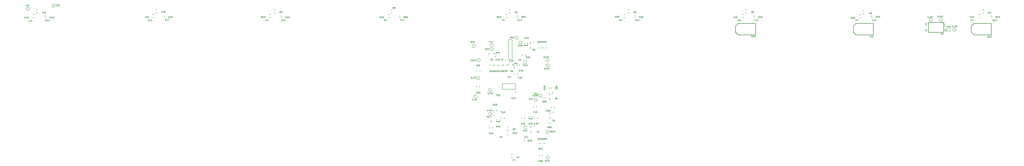
<source format=gbo>
G04 Layer_Color=32896*
%FSLAX25Y25*%
%MOIN*%
G70*
G01*
G75*
%ADD44C,0.01000*%
%ADD46C,0.00500*%
%ADD47C,0.00800*%
%ADD48C,0.00787*%
%ADD78C,0.00984*%
D44*
X1436945Y37249D02*
X1442362Y31832D01*
X1436945Y37249D02*
Y49249D01*
X1442362Y54666D01*
X1477103D01*
Y31832D02*
Y54666D01*
X1442362Y31832D02*
X1477103D01*
X1678582Y54666D02*
X1713323D01*
X1673165Y49249D02*
X1678582Y54666D01*
X1673165Y37249D02*
Y49249D01*
Y37249D02*
X1678582Y31832D01*
X1713323D01*
Y54666D01*
X1949906Y31832D02*
Y54666D01*
X1915165Y31832D02*
X1949906D01*
X1909748Y37249D02*
X1915165Y31832D01*
X1909748Y37249D02*
Y49249D01*
X1915165Y54666D02*
X1949906D01*
X1909748Y49249D02*
X1915165Y54666D01*
X1824100Y36900D02*
X1854000D01*
X1823900Y56900D02*
X1854000D01*
X1854100Y37000D02*
Y56800D01*
X1823900Y36900D02*
Y56900D01*
D46*
X21062Y84000D02*
G03*
X21062Y84000I-3162J0D01*
G01*
X1048662Y-90700D02*
G03*
X1048662Y-90700I-3162J0D01*
G01*
X925162Y-19200D02*
G03*
X925162Y-19200I-3162J0D01*
G01*
X948162Y-79200D02*
G03*
X948162Y-79200I-3162J0D01*
G01*
X1063662Y-214700D02*
G03*
X1063662Y-214700I-3162J0D01*
G01*
Y-163100D02*
G03*
X1063662Y-163100I-3162J0D01*
G01*
X1063262Y-19700D02*
G03*
X1063262Y-19700I-3162J0D01*
G01*
X1063462Y-29700D02*
G03*
X1063462Y-29700I-3162J0D01*
G01*
X918462Y-92000D02*
G03*
X918462Y-92000I-3162J0D01*
G01*
X924462Y-55200D02*
G03*
X924462Y-55200I-3162J0D01*
G01*
X1008862Y15800D02*
G03*
X1008862Y15800I-3162J0D01*
G01*
X948662Y-127200D02*
G03*
X948662Y-127200I-3162J0D01*
G01*
X1879162Y41800D02*
G03*
X1879162Y41800I-3162J0D01*
G01*
X1832162Y61800D02*
G03*
X1832162Y61800I-3162J0D01*
G01*
X1868162Y41800D02*
G03*
X1868162Y41800I-3162J0D01*
G01*
X1852162Y61800D02*
G03*
X1852162Y61800I-3162J0D01*
G01*
X951362Y2800D02*
G03*
X951362Y2800I-3162J0D01*
G01*
X915362Y9500D02*
G03*
X915362Y9500I-3162J0D01*
G01*
X951362Y10700D02*
G03*
X951362Y10700I-3162J0D01*
G01*
X1018162Y-23000D02*
G03*
X1018162Y-23000I-3162J0D01*
G01*
X1000762Y26016D02*
G03*
X1000762Y26016I-3162J0D01*
G01*
X1039162Y-99200D02*
G03*
X1039162Y-99200I-3162J0D01*
G01*
X1019162Y-154700D02*
G03*
X1019162Y-154700I-3162J0D01*
G01*
X72762Y90400D02*
G03*
X72762Y90400I-3162J0D01*
G01*
X1476900Y29999D02*
Y27000D01*
X1475401D01*
X1474901Y27500D01*
Y29499D01*
X1475401Y29999D01*
X1476900D01*
X1473901Y27000D02*
X1472901D01*
X1473401D01*
Y29999D01*
X1473901Y29499D01*
X1471402D02*
X1470902Y29999D01*
X1469902D01*
X1469402Y29499D01*
Y28999D01*
X1469902Y28499D01*
X1469402Y28000D01*
Y27500D01*
X1469902Y27000D01*
X1470902D01*
X1471402Y27500D01*
Y28000D01*
X1470902Y28499D01*
X1471402Y28999D01*
Y29499D01*
X1470902Y28499D02*
X1469902D01*
X1712800Y29399D02*
Y26400D01*
X1711300D01*
X1710801Y26900D01*
Y28899D01*
X1711300Y29399D01*
X1712800D01*
X1709801Y26400D02*
X1708801D01*
X1709301D01*
Y29399D01*
X1709801Y28899D01*
X1707302Y29399D02*
X1705302D01*
Y28899D01*
X1707302Y26900D01*
Y26400D01*
X1854000Y32000D02*
Y34999D01*
X1852501D01*
X1852001Y34499D01*
Y33500D01*
X1852501Y33000D01*
X1854000D01*
X1849002Y32000D02*
X1851001D01*
X1849002Y33999D01*
Y34499D01*
X1849501Y34999D01*
X1850501D01*
X1851001Y34499D01*
X1950300Y29399D02*
Y26400D01*
X1948800D01*
X1948301Y26900D01*
Y28899D01*
X1948800Y29399D01*
X1950300D01*
X1945302Y26400D02*
X1947301D01*
X1945302Y28399D01*
Y28899D01*
X1945802Y29399D01*
X1946801D01*
X1947301Y28899D01*
X1942303Y29399D02*
X1943302Y28899D01*
X1944302Y27900D01*
Y26900D01*
X1943802Y26400D01*
X1942802D01*
X1942303Y26900D01*
Y27400D01*
X1942802Y27900D01*
X1944302D01*
X992301Y-219101D02*
X992801Y-218601D01*
X993800D01*
X994300Y-219101D01*
Y-221100D01*
X993800Y-221600D01*
X992801D01*
X992301Y-221100D01*
X991301Y-221600D02*
X990301D01*
X990801D01*
Y-218601D01*
X991301Y-219101D01*
X967101Y-172801D02*
X967601Y-172301D01*
X968600D01*
X969100Y-172801D01*
Y-174800D01*
X968600Y-175300D01*
X967601D01*
X967101Y-174800D01*
X964102Y-175300D02*
X966101D01*
X964102Y-173301D01*
Y-172801D01*
X964601Y-172301D01*
X965601D01*
X966101Y-172801D01*
X1911501Y61799D02*
X1912000Y62299D01*
X1913000D01*
X1913500Y61799D01*
Y59800D01*
X1913000Y59300D01*
X1912000D01*
X1911501Y59800D01*
X1910501Y61799D02*
X1910001Y62299D01*
X1909002D01*
X1908502Y61799D01*
Y61299D01*
X1909002Y60799D01*
X1909501D01*
X1909002D01*
X1908502Y60300D01*
Y59800D01*
X1909002Y59300D01*
X1910001D01*
X1910501Y59800D01*
X1681001Y62199D02*
X1681500Y62699D01*
X1682500D01*
X1683000Y62199D01*
Y60200D01*
X1682500Y59700D01*
X1681500D01*
X1681001Y60200D01*
X1678502Y59700D02*
Y62699D01*
X1680001Y61199D01*
X1678002D01*
X1445501Y61799D02*
X1446000Y62299D01*
X1447000D01*
X1447500Y61799D01*
Y59800D01*
X1447000Y59300D01*
X1446000D01*
X1445501Y59800D01*
X1442502Y62299D02*
X1444501D01*
Y60799D01*
X1443501Y61299D01*
X1443001D01*
X1442502Y60799D01*
Y59800D01*
X1443001Y59300D01*
X1444001D01*
X1444501Y59800D01*
X1207501Y62299D02*
X1208000Y62799D01*
X1209000D01*
X1209500Y62299D01*
Y60300D01*
X1209000Y59800D01*
X1208000D01*
X1207501Y60300D01*
X1204502Y62799D02*
X1205501Y62299D01*
X1206501Y61300D01*
Y60300D01*
X1206001Y59800D01*
X1205001D01*
X1204502Y60300D01*
Y60800D01*
X1205001Y61300D01*
X1206501D01*
X971501Y62299D02*
X972001Y62799D01*
X973000D01*
X973500Y62299D01*
Y60300D01*
X973000Y59800D01*
X972001D01*
X971501Y60300D01*
X970501Y62799D02*
X968502D01*
Y62299D01*
X970501Y60300D01*
Y59800D01*
X735501Y62299D02*
X736000Y62799D01*
X737000D01*
X737500Y62299D01*
Y60300D01*
X737000Y59800D01*
X736000D01*
X735501Y60300D01*
X734501Y62299D02*
X734001Y62799D01*
X733002D01*
X732502Y62299D01*
Y61799D01*
X733002Y61300D01*
X732502Y60800D01*
Y60300D01*
X733002Y59800D01*
X734001D01*
X734501Y60300D01*
Y60800D01*
X734001Y61300D01*
X734501Y61799D01*
Y62299D01*
X734001Y61300D02*
X733002D01*
X498001Y61799D02*
X498500Y62299D01*
X499500D01*
X500000Y61799D01*
Y59800D01*
X499500Y59300D01*
X498500D01*
X498001Y59800D01*
X497001D02*
X496501Y59300D01*
X495502D01*
X495002Y59800D01*
Y61799D01*
X495502Y62299D01*
X496501D01*
X497001Y61799D01*
Y61299D01*
X496501Y60799D01*
X495002D01*
X264501Y61799D02*
X265001Y62299D01*
X266000D01*
X266500Y61799D01*
Y59800D01*
X266000Y59300D01*
X265001D01*
X264501Y59800D01*
X263501Y59300D02*
X262501D01*
X263001D01*
Y62299D01*
X263501Y61799D01*
X261002D02*
X260502Y62299D01*
X259502D01*
X259002Y61799D01*
Y59800D01*
X259502Y59300D01*
X260502D01*
X261002Y59800D01*
Y61799D01*
X24001Y61099D02*
X24500Y61599D01*
X25500D01*
X26000Y61099D01*
Y59100D01*
X25500Y58600D01*
X24500D01*
X24001Y59100D01*
X23001Y58600D02*
X22001D01*
X22501D01*
Y61599D01*
X23001Y61099D01*
X20502Y58600D02*
X19502D01*
X20002D01*
Y61599D01*
X20502Y61099D01*
X1005967Y-17734D02*
X1006300Y-17401D01*
X1006967D01*
X1007300Y-17734D01*
Y-19067D01*
X1006967Y-19400D01*
X1006300D01*
X1005967Y-19067D01*
X1005301Y-19400D02*
X1004634D01*
X1004967D01*
Y-17401D01*
X1005301Y-17734D01*
X1002302Y-19400D02*
X1003634D01*
X1002302Y-18067D01*
Y-17734D01*
X1002635Y-17401D01*
X1003301D01*
X1003634Y-17734D01*
X1717001Y61799D02*
X1717500Y62299D01*
X1718500D01*
X1719000Y61799D01*
Y59800D01*
X1718500Y59300D01*
X1717500D01*
X1717001Y59800D01*
X1716001Y59300D02*
X1715001D01*
X1715501D01*
Y62299D01*
X1716001Y61799D01*
X1713502D02*
X1713002Y62299D01*
X1712002D01*
X1711502Y61799D01*
Y61299D01*
X1712002Y60799D01*
X1712502D01*
X1712002D01*
X1711502Y60300D01*
Y59800D01*
X1712002Y59300D01*
X1713002D01*
X1713502Y59800D01*
X1480501Y62299D02*
X1481001Y62799D01*
X1482000D01*
X1482500Y62299D01*
Y60300D01*
X1482000Y59800D01*
X1481001D01*
X1480501Y60300D01*
X1479501Y59800D02*
X1478501D01*
X1479001D01*
Y62799D01*
X1479501Y62299D01*
X1475502Y59800D02*
Y62799D01*
X1477002Y61300D01*
X1475002D01*
X1242001Y62299D02*
X1242500Y62799D01*
X1243500D01*
X1244000Y62299D01*
Y60300D01*
X1243500Y59800D01*
X1242500D01*
X1242001Y60300D01*
X1241001Y59800D02*
X1240001D01*
X1240501D01*
Y62799D01*
X1241001Y62299D01*
X1236502Y62799D02*
X1238502D01*
Y61300D01*
X1237502Y61799D01*
X1237002D01*
X1236502Y61300D01*
Y60300D01*
X1237002Y59800D01*
X1238002D01*
X1238502Y60300D01*
X1005501Y62299D02*
X1006001Y62799D01*
X1007000D01*
X1007500Y62299D01*
Y60300D01*
X1007000Y59800D01*
X1006001D01*
X1005501Y60300D01*
X1004501Y59800D02*
X1003501D01*
X1004001D01*
Y62799D01*
X1004501Y62299D01*
X1000002Y62799D02*
X1001002Y62299D01*
X1002002Y61300D01*
Y60300D01*
X1001502Y59800D01*
X1000502D01*
X1000002Y60300D01*
Y60800D01*
X1000502Y61300D01*
X1002002D01*
X770501Y62299D02*
X771000Y62799D01*
X772000D01*
X772500Y62299D01*
Y60300D01*
X772000Y59800D01*
X771000D01*
X770501Y60300D01*
X769501Y59800D02*
X768501D01*
X769001D01*
Y62799D01*
X769501Y62299D01*
X767002Y62799D02*
X765002D01*
Y62299D01*
X767002Y60300D01*
Y59800D01*
X532501Y61799D02*
X533001Y62299D01*
X534000D01*
X534500Y61799D01*
Y59800D01*
X534000Y59300D01*
X533001D01*
X532501Y59800D01*
X531501Y59300D02*
X530501D01*
X531001D01*
Y62299D01*
X531501Y61799D01*
X529002D02*
X528502Y62299D01*
X527502D01*
X527002Y61799D01*
Y61299D01*
X527502Y60799D01*
X527002Y60300D01*
Y59800D01*
X527502Y59300D01*
X528502D01*
X529002Y59800D01*
Y60300D01*
X528502Y60799D01*
X529002Y61299D01*
Y61799D01*
X528502Y60799D02*
X527502D01*
X299001Y62799D02*
X299500Y63299D01*
X300500D01*
X301000Y62799D01*
Y60800D01*
X300500Y60300D01*
X299500D01*
X299001Y60800D01*
X298001Y60300D02*
X297001D01*
X297501D01*
Y63299D01*
X298001Y62799D01*
X295502Y60800D02*
X295002Y60300D01*
X294002D01*
X293502Y60800D01*
Y62799D01*
X294002Y63299D01*
X295002D01*
X295502Y62799D01*
Y62299D01*
X295002Y61800D01*
X293502D01*
X59201Y61999D02*
X59701Y62499D01*
X60700D01*
X61200Y61999D01*
Y60000D01*
X60700Y59500D01*
X59701D01*
X59201Y60000D01*
X56202Y59500D02*
X58201D01*
X56202Y61499D01*
Y61999D01*
X56701Y62499D01*
X57701D01*
X58201Y61999D01*
X55202D02*
X54702Y62499D01*
X53702D01*
X53203Y61999D01*
Y60000D01*
X53702Y59500D01*
X54702D01*
X55202Y60000D01*
Y61999D01*
X1018501Y-173201D02*
X1019001Y-172701D01*
X1020000D01*
X1020500Y-173201D01*
Y-175200D01*
X1020000Y-175700D01*
X1019001D01*
X1018501Y-175200D01*
X1015502Y-175700D02*
X1017501D01*
X1015502Y-173701D01*
Y-173201D01*
X1016001Y-172701D01*
X1017001D01*
X1017501Y-173201D01*
X1014502Y-175700D02*
X1013502D01*
X1014002D01*
Y-172701D01*
X1014502Y-173201D01*
X1958801Y61899D02*
X1959300Y62399D01*
X1960300D01*
X1960800Y61899D01*
Y59900D01*
X1960300Y59400D01*
X1959300D01*
X1958801Y59900D01*
X1955802Y59400D02*
X1957801D01*
X1955802Y61399D01*
Y61899D01*
X1956301Y62399D01*
X1957301D01*
X1957801Y61899D01*
X1952803Y59400D02*
X1954802D01*
X1952803Y61399D01*
Y61899D01*
X1953302Y62399D01*
X1954302D01*
X1954802Y61899D01*
X994001Y-94701D02*
X994501Y-94201D01*
X995500D01*
X996000Y-94701D01*
Y-96700D01*
X995500Y-97200D01*
X994501D01*
X994001Y-96700D01*
X991002Y-97200D02*
X993001D01*
X991002Y-95201D01*
Y-94701D01*
X991501Y-94201D01*
X992501D01*
X993001Y-94701D01*
X988502Y-97200D02*
Y-94201D01*
X990002Y-95701D01*
X988003D01*
X1048701Y-196401D02*
X1049201Y-195901D01*
X1050200D01*
X1050700Y-196401D01*
Y-198400D01*
X1050200Y-198900D01*
X1049201D01*
X1048701Y-198400D01*
X1045702Y-198900D02*
X1047701D01*
X1045702Y-196901D01*
Y-196401D01*
X1046201Y-195901D01*
X1047201D01*
X1047701Y-196401D01*
X1042703Y-195901D02*
X1044702D01*
Y-197400D01*
X1043702Y-196901D01*
X1043202D01*
X1042703Y-197400D01*
Y-198400D01*
X1043202Y-198900D01*
X1044202D01*
X1044702Y-198400D01*
X1039001Y-85701D02*
X1039501Y-85201D01*
X1040500D01*
X1041000Y-85701D01*
Y-87700D01*
X1040500Y-88200D01*
X1039501D01*
X1039001Y-87700D01*
X1036002Y-88200D02*
X1038001D01*
X1036002Y-86201D01*
Y-85701D01*
X1036501Y-85201D01*
X1037501D01*
X1038001Y-85701D01*
X1035002Y-85201D02*
X1033003D01*
Y-85701D01*
X1035002Y-87700D01*
Y-88200D01*
X1030000Y-145701D02*
Y-148700D01*
X1028500D01*
X1028001Y-148200D01*
Y-146201D01*
X1028500Y-145701D01*
X1030000D01*
X1027001Y-148700D02*
X1026001D01*
X1026501D01*
Y-145701D01*
X1027001Y-146201D01*
X1022502Y-148700D02*
X1024502D01*
X1022502Y-146701D01*
Y-146201D01*
X1023002Y-145701D01*
X1024002D01*
X1024502Y-146201D01*
X990800Y-19301D02*
Y-22300D01*
X989301D01*
X988801Y-21800D01*
Y-19801D01*
X989301Y-19301D01*
X990800D01*
X987801Y-22300D02*
X986801D01*
X987301D01*
Y-19301D01*
X987801Y-19801D01*
X985302D02*
X984802Y-19301D01*
X983802D01*
X983302Y-19801D01*
Y-20301D01*
X983802Y-20800D01*
X984302D01*
X983802D01*
X983302Y-21300D01*
Y-21800D01*
X983802Y-22300D01*
X984802D01*
X985302Y-21800D01*
X963700Y-16701D02*
Y-19700D01*
X962201D01*
X961701Y-19200D01*
Y-17201D01*
X962201Y-16701D01*
X963700D01*
X960701Y-19700D02*
X959701D01*
X960201D01*
Y-16701D01*
X960701Y-17201D01*
X956702Y-19700D02*
Y-16701D01*
X958202Y-18201D01*
X956202D01*
X965000Y-151201D02*
Y-154200D01*
X963500D01*
X963001Y-153700D01*
Y-151701D01*
X963500Y-151201D01*
X965000D01*
X962001Y-154200D02*
X961001D01*
X961501D01*
Y-151201D01*
X962001Y-151701D01*
X957502Y-151201D02*
X959502D01*
Y-152700D01*
X958502Y-152201D01*
X958002D01*
X957502Y-152700D01*
Y-153700D01*
X958002Y-154200D01*
X959002D01*
X959502Y-153700D01*
X1021800Y26799D02*
Y23800D01*
X1020300D01*
X1019801Y24300D01*
Y26299D01*
X1020300Y26799D01*
X1021800D01*
X1018801Y23800D02*
X1017801D01*
X1018301D01*
Y26799D01*
X1018801Y26299D01*
X1014302Y26799D02*
X1015302Y26299D01*
X1016302Y25300D01*
Y24300D01*
X1015802Y23800D01*
X1014802D01*
X1014302Y24300D01*
Y24800D01*
X1014802Y25300D01*
X1016302D01*
X965000Y-88201D02*
Y-91200D01*
X963500D01*
X963001Y-90700D01*
Y-88701D01*
X963500Y-88201D01*
X965000D01*
X960002Y-91200D02*
X962001D01*
X960002Y-89201D01*
Y-88701D01*
X960501Y-88201D01*
X961501D01*
X962001Y-88701D01*
X959002Y-88201D02*
X957003D01*
Y-88701D01*
X959002Y-90700D01*
Y-91200D01*
X1041001Y-164200D02*
Y-162201D01*
X1041500Y-161701D01*
X1042500D01*
X1043000Y-162201D01*
Y-164200D01*
X1042500Y-164700D01*
X1041500D01*
X1042000Y-163700D02*
X1041001Y-164700D01*
X1041500D02*
X1041001Y-164200D01*
X1040001Y-164700D02*
X1039001D01*
X1039501D01*
Y-161701D01*
X1040001Y-162201D01*
X989001Y-42200D02*
Y-40201D01*
X989501Y-39701D01*
X990500D01*
X991000Y-40201D01*
Y-42200D01*
X990500Y-42700D01*
X989501D01*
X990000Y-41700D02*
X989001Y-42700D01*
X989501D02*
X989001Y-42200D01*
X986002Y-42700D02*
X988001D01*
X986002Y-40701D01*
Y-40201D01*
X986501Y-39701D01*
X987501D01*
X988001Y-40201D01*
X948501Y-19100D02*
Y-17101D01*
X949000Y-16601D01*
X950000D01*
X950500Y-17101D01*
Y-19100D01*
X950000Y-19600D01*
X949000D01*
X949500Y-18600D02*
X948501Y-19600D01*
X949000D02*
X948501Y-19100D01*
X947501Y-17101D02*
X947001Y-16601D01*
X946001D01*
X945502Y-17101D01*
Y-17601D01*
X946001Y-18101D01*
X946501D01*
X946001D01*
X945502Y-18600D01*
Y-19100D01*
X946001Y-19600D01*
X947001D01*
X947501Y-19100D01*
X941601Y-134100D02*
Y-132101D01*
X942101Y-131601D01*
X943100D01*
X943600Y-132101D01*
Y-134100D01*
X943100Y-134600D01*
X942101D01*
X942600Y-133600D02*
X941601Y-134600D01*
X942101D02*
X941601Y-134100D01*
X939101Y-134600D02*
Y-131601D01*
X940601Y-133100D01*
X938602D01*
X1033501Y600D02*
Y2599D01*
X1034000Y3099D01*
X1035000D01*
X1035500Y2599D01*
Y600D01*
X1035000Y100D01*
X1034000D01*
X1034500Y1100D02*
X1033501Y100D01*
X1034000D02*
X1033501Y600D01*
X1030502Y3099D02*
X1032501D01*
Y1599D01*
X1031501Y2099D01*
X1031001D01*
X1030502Y1599D01*
Y600D01*
X1031001Y100D01*
X1032001D01*
X1032501Y600D01*
X1078201Y-97300D02*
Y-95301D01*
X1078701Y-94801D01*
X1079700D01*
X1080200Y-95301D01*
Y-97300D01*
X1079700Y-97800D01*
X1078701D01*
X1079200Y-96800D02*
X1078201Y-97800D01*
X1078701D02*
X1078201Y-97300D01*
X1075202Y-94801D02*
X1076201Y-95301D01*
X1077201Y-96301D01*
Y-97300D01*
X1076701Y-97800D01*
X1075701D01*
X1075202Y-97300D01*
Y-96800D01*
X1075701Y-96301D01*
X1077201D01*
X1072501Y-141700D02*
Y-139701D01*
X1073001Y-139201D01*
X1074000D01*
X1074500Y-139701D01*
Y-141700D01*
X1074000Y-142200D01*
X1073001D01*
X1073500Y-141200D02*
X1072501Y-142200D01*
X1073001D02*
X1072501Y-141700D01*
X1071501Y-139201D02*
X1069502D01*
Y-139701D01*
X1071501Y-141700D01*
Y-142200D01*
X1002900Y-216200D02*
Y-213201D01*
X1001400D01*
X1000901Y-213701D01*
Y-214701D01*
X1001400Y-215200D01*
X1002900D01*
X1001900D02*
X1000901Y-216200D01*
X999901D02*
X998901D01*
X999401D01*
Y-213201D01*
X999901Y-213701D01*
X995700Y-159700D02*
Y-156701D01*
X994201D01*
X993701Y-157201D01*
Y-158201D01*
X994201Y-158700D01*
X995700D01*
X994700D02*
X993701Y-159700D01*
X990702D02*
X992701D01*
X990702Y-157701D01*
Y-157201D01*
X991201Y-156701D01*
X992201D01*
X992701Y-157201D01*
X1949000Y74300D02*
Y77299D01*
X1947500D01*
X1947001Y76799D01*
Y75800D01*
X1947500Y75300D01*
X1949000D01*
X1948000D02*
X1947001Y74300D01*
X1946001Y76799D02*
X1945501Y77299D01*
X1944501D01*
X1944002Y76799D01*
Y76299D01*
X1944501Y75800D01*
X1945001D01*
X1944501D01*
X1944002Y75300D01*
Y74800D01*
X1944501Y74300D01*
X1945501D01*
X1946001Y74800D01*
X1710000Y73300D02*
Y76299D01*
X1708500D01*
X1708001Y75799D01*
Y74800D01*
X1708500Y74300D01*
X1710000D01*
X1709000D02*
X1708001Y73300D01*
X1705502D02*
Y76299D01*
X1707001Y74800D01*
X1705002D01*
X1474000Y75800D02*
Y78799D01*
X1472501D01*
X1472001Y78299D01*
Y77299D01*
X1472501Y76800D01*
X1474000D01*
X1473000D02*
X1472001Y75800D01*
X1469002Y78799D02*
X1471001D01*
Y77299D01*
X1470001Y77799D01*
X1469501D01*
X1469002Y77299D01*
Y76300D01*
X1469501Y75800D01*
X1470501D01*
X1471001Y76300D01*
X1238000Y75800D02*
Y78799D01*
X1236500D01*
X1236001Y78299D01*
Y77299D01*
X1236500Y76800D01*
X1238000D01*
X1237000D02*
X1236001Y75800D01*
X1233002Y78799D02*
X1234001Y78299D01*
X1235001Y77299D01*
Y76300D01*
X1234501Y75800D01*
X1233501D01*
X1233002Y76300D01*
Y76800D01*
X1233501Y77299D01*
X1235001D01*
X999500Y75300D02*
Y78299D01*
X998001D01*
X997501Y77799D01*
Y76799D01*
X998001Y76300D01*
X999500D01*
X998500D02*
X997501Y75300D01*
X996501Y78299D02*
X994502D01*
Y77799D01*
X996501Y75800D01*
Y75300D01*
X755000Y84300D02*
Y87299D01*
X753501D01*
X753001Y86799D01*
Y85799D01*
X753501Y85300D01*
X755000D01*
X754000D02*
X753001Y84300D01*
X752001Y86799D02*
X751501Y87299D01*
X750501D01*
X750002Y86799D01*
Y86299D01*
X750501Y85799D01*
X750002Y85300D01*
Y84800D01*
X750501Y84300D01*
X751501D01*
X752001Y84800D01*
Y85300D01*
X751501Y85799D01*
X752001Y86299D01*
Y86799D01*
X751501Y85799D02*
X750501D01*
X528000Y75800D02*
Y78799D01*
X526501D01*
X526001Y78299D01*
Y77299D01*
X526501Y76800D01*
X528000D01*
X527000D02*
X526001Y75800D01*
X525001Y76300D02*
X524501Y75800D01*
X523501D01*
X523002Y76300D01*
Y78299D01*
X523501Y78799D01*
X524501D01*
X525001Y78299D01*
Y77799D01*
X524501Y77299D01*
X523002D01*
X293500Y76300D02*
Y79299D01*
X292001D01*
X291501Y78799D01*
Y77799D01*
X292001Y77300D01*
X293500D01*
X292500D02*
X291501Y76300D01*
X290501D02*
X289501D01*
X290001D01*
Y79299D01*
X290501Y78799D01*
X288002D02*
X287502Y79299D01*
X286502D01*
X286002Y78799D01*
Y76800D01*
X286502Y76300D01*
X287502D01*
X288002Y76800D01*
Y78799D01*
X53700Y75000D02*
Y77999D01*
X52201D01*
X51701Y77499D01*
Y76499D01*
X52201Y76000D01*
X53700D01*
X52700D02*
X51701Y75000D01*
X50701D02*
X49701D01*
X50201D01*
Y77999D01*
X50701Y77499D01*
X48202Y75000D02*
X47202D01*
X47702D01*
Y77999D01*
X48202Y77499D01*
X1014500Y-148700D02*
Y-145701D01*
X1013000D01*
X1012501Y-146201D01*
Y-147201D01*
X1013000Y-147700D01*
X1014500D01*
X1013500D02*
X1012501Y-148700D01*
X1011501D02*
X1010501D01*
X1011001D01*
Y-145701D01*
X1011501Y-146201D01*
X1007002Y-148700D02*
X1009002D01*
X1007002Y-146701D01*
Y-146201D01*
X1007502Y-145701D01*
X1008502D01*
X1009002Y-146201D01*
X1041000Y-148700D02*
Y-145701D01*
X1039501D01*
X1039001Y-146201D01*
Y-147201D01*
X1039501Y-147700D01*
X1041000D01*
X1040000D02*
X1039001Y-148700D01*
X1038001D02*
X1037001D01*
X1037501D01*
Y-145701D01*
X1038001Y-146201D01*
X1035502D02*
X1035002Y-145701D01*
X1034002D01*
X1033502Y-146201D01*
Y-146701D01*
X1034002Y-147201D01*
X1034502D01*
X1034002D01*
X1033502Y-147700D01*
Y-148200D01*
X1034002Y-148700D01*
X1035002D01*
X1035502Y-148200D01*
X1039000Y-125200D02*
Y-122201D01*
X1037500D01*
X1037001Y-122701D01*
Y-123700D01*
X1037500Y-124200D01*
X1039000D01*
X1038000D02*
X1037001Y-125200D01*
X1036001D02*
X1035001D01*
X1035501D01*
Y-122201D01*
X1036001Y-122701D01*
X1032002Y-125200D02*
Y-122201D01*
X1033502Y-123700D01*
X1031502D01*
X1010900Y-41800D02*
Y-38801D01*
X1009400D01*
X1008901Y-39301D01*
Y-40301D01*
X1009400Y-40800D01*
X1010900D01*
X1009900D02*
X1008901Y-41800D01*
X1007901D02*
X1006901D01*
X1007401D01*
Y-38801D01*
X1007901Y-39301D01*
X1003402Y-38801D02*
X1005402D01*
Y-40301D01*
X1004402Y-39801D01*
X1003902D01*
X1003402Y-40301D01*
Y-41300D01*
X1003902Y-41800D01*
X1004902D01*
X1005402Y-41300D01*
X970200Y-42800D02*
Y-39801D01*
X968701D01*
X968201Y-40301D01*
Y-41300D01*
X968701Y-41800D01*
X970200D01*
X969200D02*
X968201Y-42800D01*
X967201D02*
X966201D01*
X966701D01*
Y-39801D01*
X967201Y-40301D01*
X962702Y-39801D02*
X963702Y-40301D01*
X964702Y-41300D01*
Y-42300D01*
X964202Y-42800D01*
X963202D01*
X962702Y-42300D01*
Y-41800D01*
X963202Y-41300D01*
X964702D01*
X1008600Y-56200D02*
Y-53201D01*
X1007100D01*
X1006601Y-53701D01*
Y-54700D01*
X1007100Y-55200D01*
X1008600D01*
X1007600D02*
X1006601Y-56200D01*
X1005601D02*
X1004601D01*
X1005101D01*
Y-53201D01*
X1005601Y-53701D01*
X1003102Y-53201D02*
X1001102D01*
Y-53701D01*
X1003102Y-55700D01*
Y-56200D01*
X961200Y-42900D02*
Y-39901D01*
X959700D01*
X959201Y-40401D01*
Y-41401D01*
X959700Y-41900D01*
X961200D01*
X960200D02*
X959201Y-42900D01*
X958201D02*
X957201D01*
X957701D01*
Y-39901D01*
X958201Y-40401D01*
X955702D02*
X955202Y-39901D01*
X954202D01*
X953702Y-40401D01*
Y-40901D01*
X954202Y-41401D01*
X953702Y-41900D01*
Y-42400D01*
X954202Y-42900D01*
X955202D01*
X955702Y-42400D01*
Y-41900D01*
X955202Y-41401D01*
X955702Y-40901D01*
Y-40401D01*
X955202Y-41401D02*
X954202D01*
X979000Y-42700D02*
Y-39701D01*
X977501D01*
X977001Y-40201D01*
Y-41201D01*
X977501Y-41700D01*
X979000D01*
X978000D02*
X977001Y-42700D01*
X976001D02*
X975001D01*
X975501D01*
Y-39701D01*
X976001Y-40201D01*
X973502Y-42200D02*
X973002Y-42700D01*
X972002D01*
X971502Y-42200D01*
Y-40201D01*
X972002Y-39701D01*
X973002D01*
X973502Y-40201D01*
Y-40701D01*
X973002Y-41201D01*
X971502D01*
X952300Y-43000D02*
Y-40001D01*
X950801D01*
X950301Y-40501D01*
Y-41500D01*
X950801Y-42000D01*
X952300D01*
X951300D02*
X950301Y-43000D01*
X947302D02*
X949301D01*
X947302Y-41001D01*
Y-40501D01*
X947801Y-40001D01*
X948801D01*
X949301Y-40501D01*
X946302D02*
X945802Y-40001D01*
X944802D01*
X944303Y-40501D01*
Y-42500D01*
X944802Y-43000D01*
X945802D01*
X946302Y-42500D01*
Y-40501D01*
X924000Y-31200D02*
Y-28201D01*
X922501D01*
X922001Y-28701D01*
Y-29700D01*
X922501Y-30200D01*
X924000D01*
X923000D02*
X922001Y-31200D01*
X919002D02*
X921001D01*
X919002Y-29201D01*
Y-28701D01*
X919501Y-28201D01*
X920501D01*
X921001Y-28701D01*
X918002Y-31200D02*
X917002D01*
X917502D01*
Y-28201D01*
X918002Y-28701D01*
X951300Y-167809D02*
Y-164810D01*
X949800D01*
X949301Y-165310D01*
Y-166309D01*
X949800Y-166809D01*
X951300D01*
X950300D02*
X949301Y-167809D01*
X946302D02*
X948301D01*
X946302Y-165809D01*
Y-165310D01*
X946801Y-164810D01*
X947801D01*
X948301Y-165310D01*
X943303Y-167809D02*
X945302D01*
X943303Y-165809D01*
Y-165310D01*
X943802Y-164810D01*
X944802D01*
X945302Y-165310D01*
X1024900Y-14900D02*
Y-11901D01*
X1023400D01*
X1022901Y-12401D01*
Y-13400D01*
X1023400Y-13900D01*
X1024900D01*
X1023900D02*
X1022901Y-14900D01*
X1019902D02*
X1021901D01*
X1019902Y-12901D01*
Y-12401D01*
X1020401Y-11901D01*
X1021401D01*
X1021901Y-12401D01*
X1018902D02*
X1018402Y-11901D01*
X1017402D01*
X1016903Y-12401D01*
Y-12901D01*
X1017402Y-13400D01*
X1017902D01*
X1017402D01*
X1016903Y-13900D01*
Y-14400D01*
X1017402Y-14900D01*
X1018402D01*
X1018902Y-14400D01*
X925000Y-86300D02*
Y-83301D01*
X923501D01*
X923001Y-83801D01*
Y-84800D01*
X923501Y-85300D01*
X925000D01*
X924000D02*
X923001Y-86300D01*
X920002D02*
X922001D01*
X920002Y-84301D01*
Y-83801D01*
X920501Y-83301D01*
X921501D01*
X922001Y-83801D01*
X917502Y-86300D02*
Y-83301D01*
X919002Y-84800D01*
X917003D01*
X959000Y-110700D02*
Y-107701D01*
X957500D01*
X957001Y-108201D01*
Y-109201D01*
X957500Y-109700D01*
X959000D01*
X958000D02*
X957001Y-110700D01*
X954002D02*
X956001D01*
X954002Y-108701D01*
Y-108201D01*
X954501Y-107701D01*
X955501D01*
X956001Y-108201D01*
X951003Y-107701D02*
X953002D01*
Y-109201D01*
X952002Y-108701D01*
X951502D01*
X951003Y-109201D01*
Y-110200D01*
X951502Y-110700D01*
X952502D01*
X953002Y-110200D01*
X1057700Y16000D02*
Y18999D01*
X1056201D01*
X1055701Y18499D01*
Y17500D01*
X1056201Y17000D01*
X1057700D01*
X1056700D02*
X1055701Y16000D01*
X1052702D02*
X1054701D01*
X1052702Y17999D01*
Y18499D01*
X1053201Y18999D01*
X1054201D01*
X1054701Y18499D01*
X1049703Y18999D02*
X1050702Y18499D01*
X1051702Y17500D01*
Y16500D01*
X1051202Y16000D01*
X1050202D01*
X1049703Y16500D01*
Y17000D01*
X1050202Y17500D01*
X1051702D01*
X974500Y-125491D02*
Y-122492D01*
X973001D01*
X972501Y-122992D01*
Y-123992D01*
X973001Y-124492D01*
X974500D01*
X973500D02*
X972501Y-125491D01*
X969502D02*
X971501D01*
X969502Y-123492D01*
Y-122992D01*
X970002Y-122492D01*
X971001D01*
X971501Y-122992D01*
X968502Y-122492D02*
X966503D01*
Y-122992D01*
X968502Y-124992D01*
Y-125491D01*
X1048100Y15800D02*
Y18799D01*
X1046601D01*
X1046101Y18299D01*
Y17300D01*
X1046601Y16800D01*
X1048100D01*
X1047100D02*
X1046101Y15800D01*
X1043102D02*
X1045101D01*
X1043102Y17799D01*
Y18299D01*
X1043601Y18799D01*
X1044601D01*
X1045101Y18299D01*
X1042102D02*
X1041602Y18799D01*
X1040602D01*
X1040103Y18299D01*
Y17799D01*
X1040602Y17300D01*
X1040103Y16800D01*
Y16300D01*
X1040602Y15800D01*
X1041602D01*
X1042102Y16300D01*
Y16800D01*
X1041602Y17300D01*
X1042102Y17799D01*
Y18299D01*
X1041602Y17300D02*
X1040602D01*
X1676700Y64000D02*
Y66999D01*
X1675200D01*
X1674701Y66499D01*
Y65500D01*
X1675200Y65000D01*
X1676700D01*
X1675700D02*
X1674701Y64000D01*
X1671702D02*
X1673701D01*
X1671702Y65999D01*
Y66499D01*
X1672202Y66999D01*
X1673201D01*
X1673701Y66499D01*
X1670702Y64500D02*
X1670202Y64000D01*
X1669202D01*
X1668703Y64500D01*
Y66499D01*
X1669202Y66999D01*
X1670202D01*
X1670702Y66499D01*
Y65999D01*
X1670202Y65500D01*
X1668703D01*
X1726500Y66300D02*
Y69299D01*
X1725001D01*
X1724501Y68799D01*
Y67800D01*
X1725001Y67300D01*
X1726500D01*
X1725500D02*
X1724501Y66300D01*
X1723501Y68799D02*
X1723001Y69299D01*
X1722001D01*
X1721502Y68799D01*
Y68299D01*
X1722001Y67800D01*
X1722501D01*
X1722001D01*
X1721502Y67300D01*
Y66800D01*
X1722001Y66300D01*
X1723001D01*
X1723501Y66800D01*
X1720502Y68799D02*
X1720002Y69299D01*
X1719002D01*
X1718503Y68799D01*
Y66800D01*
X1719002Y66300D01*
X1720002D01*
X1720502Y66800D01*
Y68799D01*
X1440700Y65800D02*
Y68799D01*
X1439200D01*
X1438701Y68299D01*
Y67299D01*
X1439200Y66800D01*
X1440700D01*
X1439700D02*
X1438701Y65800D01*
X1437701Y68299D02*
X1437201Y68799D01*
X1436201D01*
X1435702Y68299D01*
Y67799D01*
X1436201Y67299D01*
X1436701D01*
X1436201D01*
X1435702Y66800D01*
Y66300D01*
X1436201Y65800D01*
X1437201D01*
X1437701Y66300D01*
X1434702Y65800D02*
X1433702D01*
X1434202D01*
Y68799D01*
X1434702Y68299D01*
X1491000Y65800D02*
Y68799D01*
X1489501D01*
X1489001Y68299D01*
Y67299D01*
X1489501Y66800D01*
X1491000D01*
X1490000D02*
X1489001Y65800D01*
X1488001Y68299D02*
X1487501Y68799D01*
X1486501D01*
X1486002Y68299D01*
Y67799D01*
X1486501Y67299D01*
X1487001D01*
X1486501D01*
X1486002Y66800D01*
Y66300D01*
X1486501Y65800D01*
X1487501D01*
X1488001Y66300D01*
X1483003Y65800D02*
X1485002D01*
X1483003Y67799D01*
Y68299D01*
X1483502Y68799D01*
X1484502D01*
X1485002Y68299D01*
X1203500Y66300D02*
Y69299D01*
X1202001D01*
X1201501Y68799D01*
Y67800D01*
X1202001Y67300D01*
X1203500D01*
X1202500D02*
X1201501Y66300D01*
X1200501Y68799D02*
X1200001Y69299D01*
X1199001D01*
X1198502Y68799D01*
Y68299D01*
X1199001Y67800D01*
X1199501D01*
X1199001D01*
X1198502Y67300D01*
Y66800D01*
X1199001Y66300D01*
X1200001D01*
X1200501Y66800D01*
X1197502Y68799D02*
X1197002Y69299D01*
X1196002D01*
X1195503Y68799D01*
Y68299D01*
X1196002Y67800D01*
X1196502D01*
X1196002D01*
X1195503Y67300D01*
Y66800D01*
X1196002Y66300D01*
X1197002D01*
X1197502Y66800D01*
X1251500Y65800D02*
Y68799D01*
X1250000D01*
X1249501Y68299D01*
Y67299D01*
X1250000Y66800D01*
X1251500D01*
X1250500D02*
X1249501Y65800D01*
X1248501Y68299D02*
X1248001Y68799D01*
X1247001D01*
X1246502Y68299D01*
Y67799D01*
X1247001Y67299D01*
X1247501D01*
X1247001D01*
X1246502Y66800D01*
Y66300D01*
X1247001Y65800D01*
X1248001D01*
X1248501Y66300D01*
X1244002Y65800D02*
Y68799D01*
X1245502Y67299D01*
X1243503D01*
X966500Y65800D02*
Y68799D01*
X965001D01*
X964501Y68299D01*
Y67299D01*
X965001Y66800D01*
X966500D01*
X965500D02*
X964501Y65800D01*
X963501Y68299D02*
X963001Y68799D01*
X962001D01*
X961502Y68299D01*
Y67799D01*
X962001Y67299D01*
X962501D01*
X962001D01*
X961502Y66800D01*
Y66300D01*
X962001Y65800D01*
X963001D01*
X963501Y66300D01*
X958503Y68799D02*
X960502D01*
Y67299D01*
X959502Y67799D01*
X959002D01*
X958503Y67299D01*
Y66300D01*
X959002Y65800D01*
X960002D01*
X960502Y66300D01*
X1016000Y66300D02*
Y69299D01*
X1014501D01*
X1014001Y68799D01*
Y67800D01*
X1014501Y67300D01*
X1016000D01*
X1015000D02*
X1014001Y66300D01*
X1013001Y68799D02*
X1012501Y69299D01*
X1011501D01*
X1011002Y68799D01*
Y68299D01*
X1011501Y67800D01*
X1012001D01*
X1011501D01*
X1011002Y67300D01*
Y66800D01*
X1011501Y66300D01*
X1012501D01*
X1013001Y66800D01*
X1008003Y69299D02*
X1009002Y68799D01*
X1010002Y67800D01*
Y66800D01*
X1009502Y66300D01*
X1008502D01*
X1008003Y66800D01*
Y67300D01*
X1008502Y67800D01*
X1010002D01*
X731300Y65300D02*
Y68299D01*
X729801D01*
X729301Y67799D01*
Y66799D01*
X729801Y66300D01*
X731300D01*
X730300D02*
X729301Y65300D01*
X728301Y67799D02*
X727801Y68299D01*
X726801D01*
X726302Y67799D01*
Y67299D01*
X726801Y66799D01*
X727301D01*
X726801D01*
X726302Y66300D01*
Y65800D01*
X726801Y65300D01*
X727801D01*
X728301Y65800D01*
X725302Y68299D02*
X723303D01*
Y67799D01*
X725302Y65800D01*
Y65300D01*
X780000Y65800D02*
Y68799D01*
X778501D01*
X778001Y68299D01*
Y67299D01*
X778501Y66800D01*
X780000D01*
X779000D02*
X778001Y65800D01*
X777001Y68299D02*
X776501Y68799D01*
X775501D01*
X775002Y68299D01*
Y67799D01*
X775501Y67299D01*
X776001D01*
X775501D01*
X775002Y66800D01*
Y66300D01*
X775501Y65800D01*
X776501D01*
X777001Y66300D01*
X774002Y68299D02*
X773502Y68799D01*
X772502D01*
X772003Y68299D01*
Y67799D01*
X772502Y67299D01*
X772003Y66800D01*
Y66300D01*
X772502Y65800D01*
X773502D01*
X774002Y66300D01*
Y66800D01*
X773502Y67299D01*
X774002Y67799D01*
Y68299D01*
X773502Y67299D02*
X772502D01*
X494000Y65800D02*
Y68799D01*
X492500D01*
X492001Y68299D01*
Y67299D01*
X492500Y66800D01*
X494000D01*
X493000D02*
X492001Y65800D01*
X491001Y68299D02*
X490501Y68799D01*
X489501D01*
X489002Y68299D01*
Y67799D01*
X489501Y67299D01*
X490001D01*
X489501D01*
X489002Y66800D01*
Y66300D01*
X489501Y65800D01*
X490501D01*
X491001Y66300D01*
X488002D02*
X487502Y65800D01*
X486502D01*
X486003Y66300D01*
Y68299D01*
X486502Y68799D01*
X487502D01*
X488002Y68299D01*
Y67799D01*
X487502Y67299D01*
X486003D01*
X542500Y65300D02*
Y68299D01*
X541001D01*
X540501Y67799D01*
Y66799D01*
X541001Y66300D01*
X542500D01*
X541500D02*
X540501Y65300D01*
X538001D02*
Y68299D01*
X539501Y66799D01*
X537502D01*
X536502Y67799D02*
X536002Y68299D01*
X535002D01*
X534503Y67799D01*
Y65800D01*
X535002Y65300D01*
X536002D01*
X536502Y65800D01*
Y67799D01*
X260000Y65800D02*
Y68799D01*
X258501D01*
X258001Y68299D01*
Y67299D01*
X258501Y66800D01*
X260000D01*
X259000D02*
X258001Y65800D01*
X255502D02*
Y68799D01*
X257001Y67299D01*
X255002D01*
X254002Y65800D02*
X253002D01*
X253502D01*
Y68799D01*
X254002Y68299D01*
X308000Y65800D02*
Y68799D01*
X306501D01*
X306001Y68299D01*
Y67299D01*
X306501Y66800D01*
X308000D01*
X307000D02*
X306001Y65800D01*
X303502D02*
Y68799D01*
X305001Y67299D01*
X303002D01*
X300003Y65800D02*
X302002D01*
X300003Y67799D01*
Y68299D01*
X300502Y68799D01*
X301502D01*
X302002Y68299D01*
X19400Y65100D02*
Y68099D01*
X17900D01*
X17401Y67599D01*
Y66600D01*
X17900Y66100D01*
X19400D01*
X18400D02*
X17401Y65100D01*
X14901D02*
Y68099D01*
X16401Y66600D01*
X14402D01*
X13402Y67599D02*
X12902Y68099D01*
X11902D01*
X11403Y67599D01*
Y67099D01*
X11902Y66600D01*
X12402D01*
X11902D01*
X11403Y66100D01*
Y65600D01*
X11902Y65100D01*
X12902D01*
X13402Y65600D01*
X69800Y65000D02*
Y67999D01*
X68300D01*
X67801Y67499D01*
Y66500D01*
X68300Y66000D01*
X69800D01*
X68800D02*
X67801Y65000D01*
X65301D02*
Y67999D01*
X66801Y66500D01*
X64802D01*
X62302Y65000D02*
Y67999D01*
X63802Y66500D01*
X61803D01*
X998500Y-167800D02*
Y-164801D01*
X997001D01*
X996501Y-165301D01*
Y-166300D01*
X997001Y-166800D01*
X998500D01*
X997500D02*
X996501Y-167800D01*
X994001D02*
Y-164801D01*
X995501Y-166300D01*
X993502D01*
X990503Y-164801D02*
X992502D01*
Y-166300D01*
X991502Y-165801D01*
X991002D01*
X990503Y-166300D01*
Y-167300D01*
X991002Y-167800D01*
X992002D01*
X992502Y-167300D01*
X1028500Y-182700D02*
Y-179701D01*
X1027001D01*
X1026501Y-180201D01*
Y-181201D01*
X1027001Y-181700D01*
X1028500D01*
X1027500D02*
X1026501Y-182700D01*
X1024001D02*
Y-179701D01*
X1025501Y-181201D01*
X1023502D01*
X1020503Y-179701D02*
X1021502Y-180201D01*
X1022502Y-181201D01*
Y-182200D01*
X1022002Y-182700D01*
X1021002D01*
X1020503Y-182200D01*
Y-181700D01*
X1021002Y-181201D01*
X1022502D01*
X1915000Y65800D02*
Y68799D01*
X1913501D01*
X1913001Y68299D01*
Y67299D01*
X1913501Y66800D01*
X1915000D01*
X1914000D02*
X1913001Y65800D01*
X1910501D02*
Y68799D01*
X1912001Y67299D01*
X1910002D01*
X1909002Y68799D02*
X1907003D01*
Y68299D01*
X1909002Y66300D01*
Y65800D01*
X1966500Y66200D02*
Y69199D01*
X1965001D01*
X1964501Y68699D01*
Y67699D01*
X1965001Y67200D01*
X1966500D01*
X1965500D02*
X1964501Y66200D01*
X1962001D02*
Y69199D01*
X1963501Y67699D01*
X1961502D01*
X1960502Y68699D02*
X1960002Y69199D01*
X1959002D01*
X1958503Y68699D01*
Y68199D01*
X1959002Y67699D01*
X1958503Y67200D01*
Y66700D01*
X1959002Y66200D01*
X1960002D01*
X1960502Y66700D01*
Y67200D01*
X1960002Y67699D01*
X1960502Y68199D01*
Y68699D01*
X1960002Y67699D02*
X1959002D01*
X1052400Y-78800D02*
X1055399D01*
Y-77301D01*
X1054899Y-76801D01*
X1053899D01*
X1053400Y-77301D01*
Y-78800D01*
Y-77800D02*
X1052400Y-76801D01*
Y-74301D02*
X1055399D01*
X1053899Y-75801D01*
Y-73802D01*
X1052900Y-72802D02*
X1052400Y-72302D01*
Y-71302D01*
X1052900Y-70803D01*
X1054899D01*
X1055399Y-71302D01*
Y-72302D01*
X1054899Y-72802D01*
X1054399D01*
X1053899Y-72302D01*
Y-70803D01*
X1058000Y-104200D02*
Y-101201D01*
X1056501D01*
X1056001Y-101701D01*
Y-102700D01*
X1056501Y-103200D01*
X1058000D01*
X1057000D02*
X1056001Y-104200D01*
X1053002Y-101201D02*
X1055001D01*
Y-102700D01*
X1054001Y-102201D01*
X1053501D01*
X1053002Y-102700D01*
Y-103700D01*
X1053501Y-104200D01*
X1054501D01*
X1055001Y-103700D01*
X1052002Y-101701D02*
X1051502Y-101201D01*
X1050502D01*
X1050003Y-101701D01*
Y-103700D01*
X1050502Y-104200D01*
X1051502D01*
X1052002Y-103700D01*
Y-101701D01*
X1076500Y-77700D02*
X1079499D01*
Y-76200D01*
X1078999Y-75701D01*
X1077999D01*
X1077500Y-76200D01*
Y-77700D01*
Y-76700D02*
X1076500Y-75701D01*
X1079499Y-72702D02*
Y-74701D01*
X1077999D01*
X1078499Y-73701D01*
Y-73201D01*
X1077999Y-72702D01*
X1077000D01*
X1076500Y-73201D01*
Y-74201D01*
X1077000Y-74701D01*
X1076500Y-71702D02*
Y-70702D01*
Y-71202D01*
X1079499D01*
X1078999Y-71702D01*
X1048700Y-179400D02*
Y-176401D01*
X1047200D01*
X1046701Y-176901D01*
Y-177901D01*
X1047200Y-178400D01*
X1048700D01*
X1047700D02*
X1046701Y-179400D01*
X1043702Y-176401D02*
X1045701D01*
Y-177901D01*
X1044701Y-177401D01*
X1044201D01*
X1043702Y-177901D01*
Y-178900D01*
X1044201Y-179400D01*
X1045201D01*
X1045701Y-178900D01*
X1040703Y-179400D02*
X1042702D01*
X1040703Y-177401D01*
Y-176901D01*
X1041202Y-176401D01*
X1042202D01*
X1042702Y-176901D01*
X1065100Y-122400D02*
Y-119401D01*
X1063601D01*
X1063101Y-119901D01*
Y-120900D01*
X1063601Y-121400D01*
X1065100D01*
X1064100D02*
X1063101Y-122400D01*
X1060102Y-119401D02*
X1062101D01*
Y-120900D01*
X1061101Y-120401D01*
X1060601D01*
X1060102Y-120900D01*
Y-121900D01*
X1060601Y-122400D01*
X1061601D01*
X1062101Y-121900D01*
X1059102Y-119901D02*
X1058602Y-119401D01*
X1057602D01*
X1057103Y-119901D01*
Y-120401D01*
X1057602Y-120900D01*
X1058102D01*
X1057602D01*
X1057103Y-121400D01*
Y-121900D01*
X1057602Y-122400D01*
X1058602D01*
X1059102Y-121900D01*
X1050200Y-224000D02*
Y-221001D01*
X1048701D01*
X1048201Y-221501D01*
Y-222500D01*
X1048701Y-223000D01*
X1050200D01*
X1049200D02*
X1048201Y-224000D01*
X1045202Y-221001D02*
X1047201D01*
Y-222500D01*
X1046201Y-222001D01*
X1045701D01*
X1045202Y-222500D01*
Y-223500D01*
X1045701Y-224000D01*
X1046701D01*
X1047201Y-223500D01*
X1042702Y-224000D02*
Y-221001D01*
X1044202Y-222500D01*
X1042203D01*
X1068000Y-155900D02*
Y-152901D01*
X1066500D01*
X1066001Y-153401D01*
Y-154401D01*
X1066500Y-154900D01*
X1068000D01*
X1067000D02*
X1066001Y-155900D01*
X1063002Y-152901D02*
X1065001D01*
Y-154401D01*
X1064001Y-153901D01*
X1063501D01*
X1063002Y-154401D01*
Y-155400D01*
X1063501Y-155900D01*
X1064501D01*
X1065001Y-155400D01*
X1060003Y-152901D02*
X1062002D01*
Y-154401D01*
X1061002Y-153901D01*
X1060502D01*
X1060003Y-154401D01*
Y-155400D01*
X1060502Y-155900D01*
X1061502D01*
X1062002Y-155400D01*
X1058000Y-179200D02*
Y-176201D01*
X1056501D01*
X1056001Y-176701D01*
Y-177700D01*
X1056501Y-178200D01*
X1058000D01*
X1057000D02*
X1056001Y-179200D01*
X1053002Y-176201D02*
X1055001D01*
Y-177700D01*
X1054001Y-177201D01*
X1053501D01*
X1053002Y-177700D01*
Y-178700D01*
X1053501Y-179200D01*
X1054501D01*
X1055001Y-178700D01*
X1050003Y-176201D02*
X1051002Y-176701D01*
X1052002Y-177700D01*
Y-178700D01*
X1051502Y-179200D01*
X1050502D01*
X1050003Y-178700D01*
Y-178200D01*
X1050502Y-177700D01*
X1052002D01*
X21000Y91799D02*
X19001D01*
X20000D01*
Y88800D01*
X18001D02*
Y91799D01*
X16501D01*
X16002Y91299D01*
Y90299D01*
X16501Y89800D01*
X18001D01*
X15002Y88800D02*
X14002D01*
X14502D01*
Y91799D01*
X15002Y91299D01*
X82600Y92399D02*
X80601D01*
X81600D01*
Y89400D01*
X79601D02*
Y92399D01*
X78101D01*
X77602Y91899D01*
Y90899D01*
X78101Y90400D01*
X79601D01*
X74603Y89400D02*
X76602D01*
X74603Y91399D01*
Y91899D01*
X75102Y92399D01*
X76102D01*
X76602Y91899D01*
X1019500Y-159801D02*
X1017501D01*
X1018500D01*
Y-162800D01*
X1016501D02*
Y-159801D01*
X1015001D01*
X1014502Y-160301D01*
Y-161301D01*
X1015001Y-161800D01*
X1016501D01*
X1013502Y-160301D02*
X1013002Y-159801D01*
X1012002D01*
X1011503Y-160301D01*
Y-160801D01*
X1012002Y-161301D01*
X1012502D01*
X1012002D01*
X1011503Y-161800D01*
Y-162300D01*
X1012002Y-162800D01*
X1013002D01*
X1013502Y-162300D01*
X1031000Y-96201D02*
X1029001D01*
X1030000D01*
Y-99200D01*
X1028001D02*
Y-96201D01*
X1026501D01*
X1026002Y-96701D01*
Y-97701D01*
X1026501Y-98200D01*
X1028001D01*
X1023502Y-99200D02*
Y-96201D01*
X1025002Y-97701D01*
X1023003D01*
X993000Y27615D02*
X991001D01*
X992000D01*
Y24616D01*
X990001D02*
Y27615D01*
X988501D01*
X988002Y27115D01*
Y26115D01*
X988501Y25615D01*
X990001D01*
X985003Y27615D02*
X987002D01*
Y26115D01*
X986002Y26615D01*
X985502D01*
X985003Y26115D01*
Y25116D01*
X985502Y24616D01*
X986502D01*
X987002Y25116D01*
X1020500Y-28101D02*
X1018501D01*
X1019500D01*
Y-31100D01*
X1017501D02*
Y-28101D01*
X1016001D01*
X1015502Y-28601D01*
Y-29601D01*
X1016001Y-30100D01*
X1017501D01*
X1012503Y-28101D02*
X1013502Y-28601D01*
X1014502Y-29601D01*
Y-30600D01*
X1014002Y-31100D01*
X1013002D01*
X1012503Y-30600D01*
Y-30100D01*
X1013002Y-29601D01*
X1014502D01*
X951300Y18699D02*
X949301D01*
X950300D01*
Y15700D01*
X948301D02*
Y18699D01*
X946801D01*
X946302Y18199D01*
Y17199D01*
X946801Y16700D01*
X948301D01*
X945302Y18699D02*
X943303D01*
Y18199D01*
X945302Y16200D01*
Y15700D01*
X914600Y18899D02*
X912601D01*
X913600D01*
Y15900D01*
X911601D02*
Y18899D01*
X910101D01*
X909602Y18399D01*
Y17400D01*
X910101Y16900D01*
X911601D01*
X908602Y18399D02*
X908102Y18899D01*
X907102D01*
X906603Y18399D01*
Y17899D01*
X907102Y17400D01*
X906603Y16900D01*
Y16400D01*
X907102Y15900D01*
X908102D01*
X908602Y16400D01*
Y16900D01*
X908102Y17400D01*
X908602Y17899D01*
Y18399D01*
X908102Y17400D02*
X907102D01*
X943700Y4299D02*
X941701D01*
X942700D01*
Y1300D01*
X940701D02*
Y4299D01*
X939201D01*
X938702Y3799D01*
Y2799D01*
X939201Y2300D01*
X940701D01*
X937702Y1800D02*
X937202Y1300D01*
X936202D01*
X935703Y1800D01*
Y3799D01*
X936202Y4299D01*
X937202D01*
X937702Y3799D01*
Y3299D01*
X937202Y2799D01*
X935703D01*
X1853200Y69799D02*
X1851201D01*
X1852200D01*
Y66800D01*
X1850201D02*
Y69799D01*
X1848701D01*
X1848202Y69299D01*
Y68300D01*
X1848701Y67800D01*
X1850201D01*
X1847202Y66800D02*
X1846202D01*
X1846702D01*
Y69799D01*
X1847202Y69299D01*
X1844703D02*
X1844203Y69799D01*
X1843203D01*
X1842703Y69299D01*
Y67300D01*
X1843203Y66800D01*
X1844203D01*
X1844703Y67300D01*
Y69299D01*
X1869500Y49499D02*
X1867501D01*
X1868500D01*
Y46500D01*
X1866501D02*
Y49499D01*
X1865001D01*
X1864502Y48999D01*
Y48000D01*
X1865001Y47500D01*
X1866501D01*
X1863502Y46500D02*
X1862502D01*
X1863002D01*
Y49499D01*
X1863502Y48999D01*
X1861003Y46500D02*
X1860003D01*
X1860503D01*
Y49499D01*
X1861003Y48999D01*
X1833000Y68899D02*
X1831001D01*
X1832000D01*
Y65900D01*
X1830001D02*
Y68899D01*
X1828502D01*
X1828002Y68399D01*
Y67400D01*
X1828502Y66900D01*
X1830001D01*
X1827002Y65900D02*
X1826002D01*
X1826502D01*
Y68899D01*
X1827002Y68399D01*
X1822503Y65900D02*
X1824503D01*
X1822503Y67899D01*
Y68399D01*
X1823003Y68899D01*
X1824003D01*
X1824503Y68399D01*
X1882400Y49699D02*
X1880401D01*
X1881400D01*
Y46700D01*
X1879401D02*
Y49699D01*
X1877901D01*
X1877402Y49199D01*
Y48199D01*
X1877901Y47700D01*
X1879401D01*
X1876402Y46700D02*
X1875402D01*
X1875902D01*
Y49699D01*
X1876402Y49199D01*
X1873903D02*
X1873403Y49699D01*
X1872403D01*
X1871903Y49199D01*
Y48699D01*
X1872403Y48199D01*
X1872903D01*
X1872403D01*
X1871903Y47700D01*
Y47200D01*
X1872403Y46700D01*
X1873403D01*
X1873903Y47200D01*
X949500Y-119201D02*
X947501D01*
X948500D01*
Y-122200D01*
X946501D02*
Y-119201D01*
X945001D01*
X944502Y-119701D01*
Y-120701D01*
X945001Y-121200D01*
X946501D01*
X943502Y-122200D02*
X942502D01*
X943002D01*
Y-119201D01*
X943502Y-119701D01*
X939503Y-122200D02*
Y-119201D01*
X941003Y-120701D01*
X939003D01*
X1011900Y11399D02*
X1009901D01*
X1010900D01*
Y8400D01*
X1008901D02*
Y11399D01*
X1007401D01*
X1006902Y10899D01*
Y9900D01*
X1007401Y9400D01*
X1008901D01*
X1005902Y8400D02*
X1004902D01*
X1005402D01*
Y11399D01*
X1005902Y10899D01*
X1001403Y11399D02*
X1003403D01*
Y9900D01*
X1002403Y10399D01*
X1001903D01*
X1001403Y9900D01*
Y8900D01*
X1001903Y8400D01*
X1002903D01*
X1003403Y8900D01*
X917000Y-53201D02*
X915001D01*
X916000D01*
Y-56200D01*
X914001D02*
Y-53201D01*
X912501D01*
X912002Y-53701D01*
Y-54700D01*
X912501Y-55200D01*
X914001D01*
X911002Y-56200D02*
X910002D01*
X910502D01*
Y-53201D01*
X911002Y-53701D01*
X906503Y-53201D02*
X907503Y-53701D01*
X908503Y-54700D01*
Y-55700D01*
X908003Y-56200D01*
X907003D01*
X906503Y-55700D01*
Y-55200D01*
X907003Y-54700D01*
X908503D01*
X919400Y-97101D02*
X917401D01*
X918400D01*
Y-100100D01*
X916401D02*
Y-97101D01*
X914901D01*
X914402Y-97601D01*
Y-98601D01*
X914901Y-99100D01*
X916401D01*
X913402Y-100100D02*
X912402D01*
X912902D01*
Y-97101D01*
X913402Y-97601D01*
X910903Y-97101D02*
X908903D01*
Y-97601D01*
X910903Y-99600D01*
Y-100100D01*
X1064300Y-34801D02*
X1062301D01*
X1063300D01*
Y-37800D01*
X1061301D02*
Y-34801D01*
X1059801D01*
X1059302Y-35301D01*
Y-36301D01*
X1059801Y-36800D01*
X1061301D01*
X1058302Y-37800D02*
X1057302D01*
X1057802D01*
Y-34801D01*
X1058302Y-35301D01*
X1055803D02*
X1055303Y-34801D01*
X1054303D01*
X1053803Y-35301D01*
Y-35801D01*
X1054303Y-36301D01*
X1053803Y-36800D01*
Y-37300D01*
X1054303Y-37800D01*
X1055303D01*
X1055803Y-37300D01*
Y-36800D01*
X1055303Y-36301D01*
X1055803Y-35801D01*
Y-35301D01*
X1055303Y-36301D02*
X1054303D01*
X1063100Y-12001D02*
X1061101D01*
X1062100D01*
Y-15000D01*
X1060101D02*
Y-12001D01*
X1058601D01*
X1058102Y-12501D01*
Y-13500D01*
X1058601Y-14000D01*
X1060101D01*
X1057102Y-15000D02*
X1056102D01*
X1056602D01*
Y-12001D01*
X1057102Y-12501D01*
X1054603Y-14500D02*
X1054103Y-15000D01*
X1053103D01*
X1052603Y-14500D01*
Y-12501D01*
X1053103Y-12001D01*
X1054103D01*
X1054603Y-12501D01*
Y-13001D01*
X1054103Y-13500D01*
X1052603D01*
X1076200Y-161701D02*
X1074201D01*
X1075200D01*
Y-164700D01*
X1073201D02*
Y-161701D01*
X1071701D01*
X1071202Y-162201D01*
Y-163200D01*
X1071701Y-163700D01*
X1073201D01*
X1068203Y-164700D02*
X1070202D01*
X1068203Y-162701D01*
Y-162201D01*
X1068702Y-161701D01*
X1069702D01*
X1070202Y-162201D01*
X1067203D02*
X1066703Y-161701D01*
X1065703D01*
X1065204Y-162201D01*
Y-164200D01*
X1065703Y-164700D01*
X1066703D01*
X1067203Y-164200D01*
Y-162201D01*
X1065000Y-220201D02*
X1063001D01*
X1064000D01*
Y-223200D01*
X1062001D02*
Y-220201D01*
X1060501D01*
X1060002Y-220701D01*
Y-221701D01*
X1060501Y-222200D01*
X1062001D01*
X1057003Y-223200D02*
X1059002D01*
X1057003Y-221201D01*
Y-220701D01*
X1057502Y-220201D01*
X1058502D01*
X1059002Y-220701D01*
X1056003Y-223200D02*
X1055003D01*
X1055503D01*
Y-220201D01*
X1056003Y-220701D01*
X951100Y-84401D02*
X949101D01*
X950100D01*
Y-87400D01*
X948101D02*
Y-84401D01*
X946601D01*
X946102Y-84901D01*
Y-85900D01*
X946601Y-86400D01*
X948101D01*
X943103Y-87400D02*
X945102D01*
X943103Y-85401D01*
Y-84901D01*
X943602Y-84401D01*
X944602D01*
X945102Y-84901D01*
X940104Y-87400D02*
X942103D01*
X940104Y-85401D01*
Y-84901D01*
X940603Y-84401D01*
X941603D01*
X942103Y-84901D01*
X917000Y-18201D02*
X915001D01*
X916000D01*
Y-21200D01*
X914001D02*
Y-18201D01*
X912501D01*
X912002Y-18701D01*
Y-19701D01*
X912501Y-20200D01*
X914001D01*
X909003Y-21200D02*
X911002D01*
X909003Y-19201D01*
Y-18701D01*
X909502Y-18201D01*
X910502D01*
X911002Y-18701D01*
X908003D02*
X907503Y-18201D01*
X906503D01*
X906004Y-18701D01*
Y-19201D01*
X906503Y-19701D01*
X907003D01*
X906503D01*
X906004Y-20200D01*
Y-20700D01*
X906503Y-21200D01*
X907503D01*
X908003Y-20700D01*
X1041400Y-89201D02*
X1039401D01*
X1040400D01*
Y-92200D01*
X1038401D02*
Y-89201D01*
X1036901D01*
X1036402Y-89701D01*
Y-90701D01*
X1036901Y-91200D01*
X1038401D01*
X1033403Y-92200D02*
X1035402D01*
X1033403Y-90201D01*
Y-89701D01*
X1033902Y-89201D01*
X1034902D01*
X1035402Y-89701D01*
X1030903Y-92200D02*
Y-89201D01*
X1032403Y-90701D01*
X1030404D01*
X971000Y-16201D02*
Y-18700D01*
X970500Y-19200D01*
X969501D01*
X969001Y-18700D01*
Y-16201D01*
X968001Y-19200D02*
X967001D01*
X967501D01*
Y-16201D01*
X968001Y-16701D01*
X986000Y-51201D02*
Y-53700D01*
X985500Y-54200D01*
X984501D01*
X984001Y-53700D01*
Y-51201D01*
X981002Y-54200D02*
X983001D01*
X981002Y-52201D01*
Y-51701D01*
X981501Y-51201D01*
X982501D01*
X983001Y-51701D01*
D47*
X1819001Y37800D02*
Y42798D01*
X1821500Y40299D01*
X1818168D01*
X1821600Y55065D02*
X1820767Y55898D01*
X1819101D01*
X1818268Y55065D01*
Y54232D01*
X1819101Y53399D01*
X1819934D01*
X1819101D01*
X1818268Y52566D01*
Y51733D01*
X1819101Y50900D01*
X1820767D01*
X1821600Y51733D01*
X1857500Y48800D02*
X1855834D01*
X1856667D01*
Y53798D01*
X1857500Y52965D01*
X1856568Y43898D02*
X1858234Y43065D01*
X1859900Y41399D01*
Y39733D01*
X1859067Y38900D01*
X1857401D01*
X1856568Y39733D01*
Y40566D01*
X1857401Y41399D01*
X1859900D01*
D48*
X918150Y-42975D02*
Y-39825D01*
X924450Y-42975D02*
Y-39825D01*
X924350Y-73875D02*
Y-70725D01*
X918050Y-73875D02*
Y-70725D01*
X1043138Y-187200D02*
X1047862D01*
X1051138D02*
X1055862D01*
X1043150Y-212575D02*
Y-209425D01*
X1049450Y-212575D02*
Y-209425D01*
X1055075Y-95487D02*
Y-93913D01*
X1051925Y-95487D02*
Y-93913D01*
X1067850Y-76775D02*
Y-73625D01*
X1074150Y-76775D02*
Y-73625D01*
X1064150Y-76775D02*
Y-73625D01*
X1057850Y-76775D02*
Y-73625D01*
X942494Y-5444D02*
X945644D01*
X942494Y-7413D02*
Y-5444D01*
X951156D02*
X954305D01*
Y-7413D02*
Y-5444D01*
X982008Y21985D02*
X989095D01*
X982008Y-17385D02*
X989095D01*
Y21985D01*
X982008Y-17385D02*
Y21985D01*
X1057250Y4216D02*
Y7366D01*
X1050950Y4216D02*
Y7366D01*
X1041450Y4225D02*
Y7375D01*
X1047750Y4225D02*
Y7375D01*
X1025684Y4454D02*
Y7604D01*
Y4454D02*
X1027653D01*
X1025684Y13116D02*
Y16265D01*
X1027653D01*
X1009150Y-10775D02*
Y-7625D01*
X1015450Y-10775D02*
Y-7625D01*
X1010150Y-30075D02*
Y-26925D01*
X1003850Y-30075D02*
Y-26925D01*
X980194Y-28344D02*
X983344D01*
X980194Y-30313D02*
Y-28344D01*
X988856D02*
X992006D01*
Y-30313D02*
Y-28344D01*
X972050Y-31275D02*
Y-28125D01*
X978350Y-31275D02*
Y-28125D01*
X963150Y-31275D02*
Y-28125D01*
X969450Y-31275D02*
Y-28125D01*
X960550Y-31275D02*
Y-28125D01*
X954250Y-31275D02*
Y-28125D01*
X945350Y-31275D02*
Y-28125D01*
X951650Y-31275D02*
Y-28125D01*
X999450Y-49275D02*
Y-46125D01*
X993150Y-49275D02*
Y-46125D01*
X969811Y-77712D02*
X996189D01*
X969811Y-66688D02*
X996189D01*
Y-77712D02*
Y-66688D01*
X969811Y-77712D02*
Y-66688D01*
X1032350Y-114275D02*
Y-111125D01*
X1038650Y-114275D02*
Y-111125D01*
X1064244Y-98106D02*
Y-94956D01*
Y-98106D02*
X1066213D01*
X1064244Y-89444D02*
Y-86295D01*
X1066213D01*
X1067350Y-115575D02*
Y-112425D01*
X1073650Y-115575D02*
Y-112425D01*
X1064744Y-136906D02*
Y-133756D01*
Y-136906D02*
X1066713D01*
X1064744Y-128244D02*
Y-125094D01*
X1066713D01*
X943850Y-156275D02*
Y-153125D01*
X950150Y-156275D02*
Y-153125D01*
X946244Y-143605D02*
Y-140456D01*
Y-143605D02*
X948213D01*
X946244Y-134944D02*
Y-131795D01*
X948213D01*
X973650Y-137275D02*
Y-134125D01*
X967350Y-137275D02*
Y-134125D01*
X951850Y-122275D02*
Y-119125D01*
X958150Y-122275D02*
Y-119125D01*
X1033850Y-137275D02*
Y-134125D01*
X1040150Y-137275D02*
Y-134125D01*
X1014150Y-137275D02*
Y-134125D01*
X1007850Y-137275D02*
Y-134125D01*
X1026484Y-164105D02*
Y-160956D01*
Y-164105D02*
X1028453D01*
X1026484Y-155444D02*
Y-152295D01*
X1028453D01*
X978925Y-159550D02*
X982075D01*
X978925Y-153250D02*
X982075D01*
X978925Y-169250D02*
X982075D01*
X978925Y-162950D02*
X982075D01*
X1013000Y-183562D02*
Y-178838D01*
X987025Y-215550D02*
X990175D01*
X987025Y-209250D02*
X990175D01*
X1932725Y75750D02*
X1935875D01*
X1932725Y82050D02*
X1935875D01*
X1950600Y66338D02*
Y71062D01*
X1924925Y65950D02*
X1928075D01*
X1924925Y72250D02*
X1928075D01*
X1685917Y65350D02*
X1689066D01*
X1685917Y71650D02*
X1689066D01*
X1691325Y74250D02*
X1694475D01*
X1691325Y80550D02*
X1694475D01*
X1710100Y66338D02*
Y71062D01*
X1450525Y66450D02*
X1453675D01*
X1450525Y72750D02*
X1453675D01*
X1456525Y75750D02*
X1459675D01*
X1456525Y82050D02*
X1459675D01*
X1474400Y66338D02*
Y71062D01*
X1221225Y75750D02*
X1224375D01*
X1221225Y82050D02*
X1224375D01*
X1212825Y66450D02*
X1215975D01*
X1212825Y72750D02*
X1215975D01*
X1236243Y66338D02*
Y71062D01*
X982925Y75650D02*
X986075D01*
X982925Y81950D02*
X986075D01*
X999900Y66338D02*
Y71062D01*
X976425Y66150D02*
X979575D01*
X976425Y72450D02*
X979575D01*
X745825Y75750D02*
X748975D01*
X745825Y82050D02*
X748975D01*
X740517Y66150D02*
X743666D01*
X740517Y72450D02*
X743666D01*
X764200Y66338D02*
Y71062D01*
X511416Y75750D02*
X514566D01*
X511416Y82050D02*
X514566D01*
X502425Y66450D02*
X505575D01*
X502425Y72750D02*
X505575D01*
X526600Y66338D02*
Y71062D01*
X273925Y75750D02*
X277075D01*
X273925Y82050D02*
X277075D01*
X269025Y66450D02*
X272175D01*
X269025Y72750D02*
X272175D01*
X292100Y66338D02*
Y71062D01*
X1062325Y-146787D02*
Y-145213D01*
X1065475Y-146787D02*
Y-145213D01*
X1013850Y10044D02*
Y15556D01*
X1020150Y10044D02*
Y15556D01*
X1013850Y10044D02*
X1020150D01*
X1013850Y10792D02*
X1020150D01*
X958350Y-143456D02*
Y-137944D01*
X964650Y-143456D02*
Y-137944D01*
X958350Y-143456D02*
X964650D01*
X958350Y-142708D02*
X964650D01*
X963350Y-9056D02*
Y-3544D01*
X957050Y-9056D02*
Y-3544D01*
X963350D01*
X957050Y-4292D02*
X963350D01*
X999650Y-30956D02*
Y-25444D01*
X993350Y-30956D02*
Y-25444D01*
X999650D01*
X993350Y-26192D02*
X999650D01*
X1022850Y-137456D02*
Y-131944D01*
X1029150Y-137456D02*
Y-131944D01*
X1022850Y-137456D02*
X1029150D01*
X1022850Y-136708D02*
X1029150D01*
X53300Y66338D02*
Y71062D01*
X28425Y66450D02*
X31575D01*
X28425Y72750D02*
X31575D01*
X34934Y75750D02*
X38083D01*
X34934Y82050D02*
X38083D01*
D78*
X955979Y-11940D02*
G03*
X955979Y-11940I-492J0D01*
G01*
X976595Y-18546D02*
G03*
X976595Y-18546I-492J0D01*
G01*
X1032672Y17447D02*
G03*
X1032672Y17447I-492J0D01*
G01*
X993679Y-34840D02*
G03*
X993679Y-34840I-492J0D01*
G01*
X996681Y-83617D02*
G03*
X996681Y-83617I-492J0D01*
G01*
X1071232Y-85113D02*
G03*
X1071232Y-85113I-492J0D01*
G01*
X1071732Y-123913D02*
G03*
X1071732Y-123913I-492J0D01*
G01*
X953232Y-130613D02*
G03*
X953232Y-130613I-492J0D01*
G01*
X1033472Y-151113D02*
G03*
X1033472Y-151113I-492J0D01*
G01*
M02*

</source>
